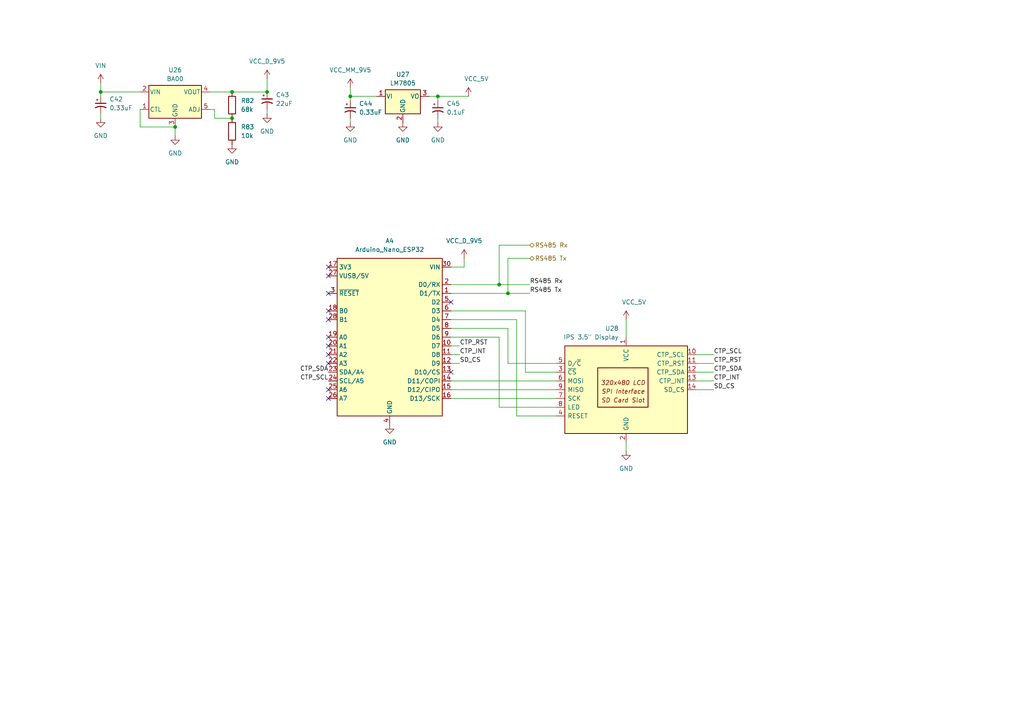
<source format=kicad_sch>
(kicad_sch (version 20250114) (generator "eeschema") (generator_version "9.0")
  (paper "A4")
  (lib_symbols
    (symbol "Device:C_Polarized_Small_US" (pin_numbers (hide yes)) (pin_names (offset 0.254) (hide yes))
      (property "Reference" "C" (at 0.254 1.778 0))
      (property "Value" "C_Polarized_Small_US" (at 0.254 -2.032 0))
      (symbol "C_Polarized_Small_US_0_1"
        (polyline (pts (xy -1.524 0.508) (xy 1.524 0.508)) (stroke (width 0.3048)))
        (polyline (pts (xy -1.27 1.524) (xy -0.762 1.524)))
        (polyline (pts (xy -1.016 1.27) (xy -1.016 1.778)))
        (arc (start -1.524 -0.762) (mid 0 -0.3734) (end 1.524 -0.762) (stroke (width 0.3048)))
      )
      (symbol "C_Polarized_Small_US_1_1"
        (pin passive line (at 0 2.54 270) (length 2.032) (name "~") (number "1"))
        (pin passive line (at 0 -2.54 90) (length 2.032) (name "~") (number "2"))
      )
    )
    (symbol "Device:R" (pin_numbers (hide yes)) (pin_names (offset 0))
      (property "Reference" "R" (at 2.032 0 90))
      (property "Value" "R" (at 0 0 90))
      (symbol "R_0_1"
        (rectangle (start -1.016 -2.54) (end 1.016 2.54) (stroke (width 0.254)))
      )
      (symbol "R_1_1"
        (pin passive line (at 0 3.81 270) (length 1.27) (name "~") (number "1"))
        (pin passive line (at 0 -3.81 90) (length 1.27) (name "~") (number "2"))
      )
    )
    (symbol "MCU_Module:Arduino_Nano_ESP32"
      (property "Reference" "A" (at -14.986 23.622 0))
      (property "Value" "Arduino_Nano_ESP32" (at 3.81 -25.654 0))
      (symbol "Arduino_Nano_ESP32_0_1"
        (rectangle (start -15.24 22.86) (end 15.24 -22.86) (stroke (width 0.254)) (fill (type background)))
      )
      (symbol "Arduino_Nano_ESP32_1_1"
        (pin power_in line (at -17.78 20.32 0) (length 2.54) (name "VIN") (number "30"))
        (pin bidirectional line (at -17.78 15.24 0) (length 2.54) (name "D0/RX") (number "2"))
        (pin bidirectional line (at -17.78 12.7 0) (length 2.54) (name "D1/TX") (number "1"))
        (pin bidirectional line (at -17.78 10.16 0) (length 2.54) (name "D2") (number "5"))
        (pin bidirectional line (at -17.78 7.62 0) (length 2.54) (name "D3") (number "6"))
        (pin bidirectional line (at -17.78 5.08 0) (length 2.54) (name "D4") (number "7"))
        (pin bidirectional line (at -17.78 2.54 0) (length 2.54) (name "D5") (number "8"))
        (pin bidirectional line (at -17.78 0 0) (length 2.54) (name "D6") (number "9"))
        (pin bidirectional line (at -17.78 -2.54 0) (length 2.54) (name "D7") (number "10"))
        (pin bidirectional line (at -17.78 -5.08 0) (length 2.54) (name "D8") (number "11"))
        (pin bidirectional line (at -17.78 -7.62 0) (length 2.54) (name "D9") (number "12"))
        (pin bidirectional line (at -17.78 -10.16 0) (length 2.54) (name "D10/CS") (number "13"))
        (pin bidirectional line (at -17.78 -12.7 0) (length 2.54) (name "D11/COPI") (number "14"))
        (pin bidirectional line (at -17.78 -15.24 0) (length 2.54) (name "D12/CIPO") (number "15"))
        (pin bidirectional line (at -17.78 -17.78 0) (length 2.54) (name "D13/SCK") (number "16"))
        (pin passive line (at 0 -25.4 90) (length 2.54) (hide yes) (name "GND") (number "29"))
        (pin power_in line (at 0 -25.4 90) (length 2.54) (name "GND") (number "4"))
        (pin power_out line (at 17.78 20.32 180) (length 2.54) (name "3V3") (number "17"))
        (pin power_out line (at 17.78 17.78 180) (length 2.54) (name "VUSB/5V") (number "27"))
        (pin input line (at 17.78 12.7 180) (length 2.54) (name "~{RESET}") (number "3"))
        (pin bidirectional line (at 17.78 7.62 180) (length 2.54) (name "B0") (number "18"))
        (pin bidirectional line (at 17.78 5.08 180) (length 2.54) (name "B1") (number "28"))
        (pin bidirectional line (at 17.78 0 180) (length 2.54) (name "A0") (number "19"))
        (pin bidirectional line (at 17.78 -2.54 180) (length 2.54) (name "A1") (number "20"))
        (pin bidirectional line (at 17.78 -5.08 180) (length 2.54) (name "A2") (number "21"))
        (pin bidirectional line (at 17.78 -7.62 180) (length 2.54) (name "A3") (number "22"))
        (pin bidirectional line (at 17.78 -10.16 180) (length 2.54) (name "SDA/A4") (number "23"))
        (pin bidirectional line (at 17.78 -12.7 180) (length 2.54) (name "SCL/A5") (number "24"))
        (pin bidirectional line (at 17.78 -15.24 180) (length 2.54) (name "A6") (number "25"))
        (pin bidirectional line (at 17.78 -17.78 180) (length 2.54) (name "A7") (number "26"))
      )
    )
    (symbol "Regulator_Linear:LM7805_TO220" (pin_names (offset 0.254))
      (property "Reference" "U" (at -3.81 3.175 0))
      (property "Value" "LM7805_TO220" (at 0 3.175 0))
      (symbol "LM7805_TO220_0_1"
        (rectangle (start -5.08 1.905) (end 5.08 -5.08) (stroke (width 0.254)) (fill (type background)))
      )
      (symbol "LM7805_TO220_1_1"
        (pin power_in line (at -7.62 0 0) (length 2.54) (name "VI") (number "1"))
        (pin power_in line (at 0 -7.62 90) (length 2.54) (name "GND") (number "2"))
        (pin power_out line (at 7.62 0 180) (length 2.54) (name "VO") (number "3"))
      )
    )
    (symbol "camper_van:BA00" (pin_names (offset 0.254))
      (property "Reference" "U16" (at 0 8.89 0))
      (property "Value" "BA00" (at 0 6.35 0))
      (symbol "BA00_0_1"
        (rectangle (start -7.62 4.445) (end 7.62 -5.08) (stroke (width 0.254)) (fill (type background)))
      )
      (symbol "BA00_1_1"
        (pin power_in line (at -10.16 2.54 0) (length 2.54) (name "VIN") (number "2"))
        (pin input line (at -10.16 -2.54 0) (length 2.54) (name "CTL") (number "1"))
        (pin power_in line (at 0 -7.62 90) (length 2.54) (name "GND") (number "3"))
        (pin power_out line (at 10.16 2.54 180) (length 2.54) (name "VOUT") (number "4"))
        (pin input line (at 10.16 -2.54 180) (length 2.54) (name "ADJ") (number "5"))
      )
    )
    (symbol "camper_van:Display IPS 3.5{dblquote}" (pin_names (offset 0.762))
      (property "Reference" "U" (at -17.526 13.97 0))
      (property "Value" "IPS 3.5{dblquote} Display" (at 1.905 13.97 0))
      (symbol "Display IPS 3.5{dblquote}_0_0"
        (text "SPI Interface" (at -5.461 -0.508 0) (effects (font (size 1.27 1.27) (italic yes)) (justify left)))
        (text "SD Card Slot" (at -5.461 -3.048 0) (effects (font (size 1.27 1.27) (italic yes)) (justify left)))
        (text "320x480 LCD" (at 0.889 2.032 0) (effects (font (size 1.27 1.27) (italic yes))))
      )
      (symbol "Display IPS 3.5{dblquote}_0_1"
        (rectangle (start -17.78 12.7) (end 17.78 -12.7) (stroke (width 0.254)) (fill (type background)))
        (rectangle (start -6.35 6.35) (end 8.255 -5.08) (stroke (width 0.254)))
      )
      (symbol "Display IPS 3.5{dblquote}_1_1"
        (pin input line (at -20.32 10.16 0) (length 2.54) (name "CTP_SCL") (number "10"))
        (pin input line (at -20.32 7.62 0) (length 2.54) (name "CTP_RST") (number "11"))
        (pin output line (at -20.32 5.08 0) (length 2.54) (name "CTP_SDA") (number "12"))
        (pin input line (at -20.32 2.54 0) (length 2.54) (name "CTP_INT") (number "13"))
        (pin input line (at -20.32 0 0) (length 2.54) (name "SD_CS") (number "14"))
        (pin power_in line (at 0 15.24 270) (length 2.54) (name "VCC") (number "1"))
        (pin power_in line (at 0 -15.24 90) (length 2.54) (name "GND") (number "2"))
        (pin input line (at 20.32 7.62 180) (length 2.54) (name "D/~{C}") (number "5"))
        (pin input line (at 20.32 5.08 180) (length 2.54) (name "~{CS}") (number "3"))
        (pin input line (at 20.32 2.54 180) (length 2.54) (name "MOSI") (number "6"))
        (pin output line (at 20.32 0 180) (length 2.54) (name "MISO") (number "9"))
        (pin input line (at 20.32 -2.54 180) (length 2.54) (name "SCK") (number "7"))
        (pin input line (at 20.32 -5.08 180) (length 2.54) (name "LED") (number "8"))
        (pin input line (at 20.32 -7.62 180) (length 2.54) (name "RESET") (number "4"))
      )
    )
    (symbol "power:+5V" (power) (pin_numbers (hide yes)) (pin_names (offset 0) (hide yes))
      (property "Value" "+5V" (at 0 3.556 0))
      (symbol "+5V_0_1"
        (polyline (pts (xy -0.762 1.27) (xy 0 2.54)))
        (polyline (pts (xy 0 2.54) (xy 0.762 1.27)))
        (polyline (pts (xy 0 0) (xy 0 2.54)))
      )
      (symbol "+5V_1_1"
        (pin power_in line (at 0 0 90) (length 0) (name "~") (number "1"))
      )
    )
    (symbol "power:GND" (power) (pin_numbers (hide yes)) (pin_names (offset 0) (hide yes))
      (property "Value" "GND" (at 0 -3.81 0))
      (symbol "GND_0_1"
        (polyline (pts (xy 0 0) (xy 0 -1.27) (xy 1.27 -1.27) (xy 0 -2.54) (xy -1.27 -1.27) (xy 0 -1.27)))
      )
      (symbol "GND_1_1"
        (pin power_in line (at 0 0 270) (length 0) (name "~") (number "1"))
      )
    )
    (symbol "power:VCC" (power) (pin_numbers (hide yes)) (pin_names (offset 0) (hide yes))
      (property "Value" "VCC" (at 0 3.556 0))
      (symbol "VCC_0_1"
        (polyline (pts (xy -0.762 1.27) (xy 0 2.54)))
        (polyline (pts (xy 0 2.54) (xy 0.762 1.27)))
        (polyline (pts (xy 0 0) (xy 0 2.54)))
      )
      (symbol "VCC_1_1"
        (pin power_in line (at 0 0 90) (length 0) (name "~") (number "1"))
      )
    )
    (symbol "power:VDD" (power) (pin_numbers (hide yes)) (pin_names (offset 0) (hide yes))
      (property "Value" "VDD" (at 0 3.556 0))
      (symbol "VDD_0_1"
        (polyline (pts (xy -0.762 1.27) (xy 0 2.54)))
        (polyline (pts (xy 0 2.54) (xy 0.762 1.27)))
        (polyline (pts (xy 0 0) (xy 0 2.54)))
      )
      (symbol "VDD_1_1"
        (pin power_in line (at 0 0 90) (length 0) (name "~") (number "1"))
      )
    )
  )
  (junction (at 77.47 26.67))
  (junction (at 50.8 36.83))
  (junction (at 101.6 27.94))
  (junction (at 147.32 85.09))
  (junction (at 127 27.94))
  (junction (at 67.31 26.67))
  (junction (at 29.21 26.67))
  (junction (at 67.31 34.29))
  (junction (at 144.78 82.55))
  (no_connect (at 95.25 85.09))
  (no_connect (at 95.25 100.33))
  (no_connect (at 95.25 92.71))
  (no_connect (at 95.25 80.01))
  (no_connect (at 95.25 115.57))
  (no_connect (at 95.25 90.17))
  (no_connect (at 130.81 87.63))
  (no_connect (at 95.25 113.03))
  (no_connect (at 95.25 105.41))
  (no_connect (at 95.25 97.79))
  (no_connect (at 95.25 102.87))
  (no_connect (at 95.25 77.47))
  (no_connect (at 130.81 107.95))
  (wire (pts (xy 147.32 74.93) (xy 147.32 85.09)))
  (wire (pts (xy 127 29.21) (xy 127 27.94)))
  (wire (pts (xy 201.93 105.41) (xy 207.01 105.41)))
  (wire (pts (xy 144.78 97.79) (xy 144.78 118.11)))
  (wire (pts (xy 101.6 27.94) (xy 109.22 27.94)))
  (wire (pts (xy 67.31 34.29) (xy 62.23 34.29)))
  (wire (pts (xy 133.35 102.87) (xy 130.81 102.87)))
  (wire (pts (xy 101.6 34.29) (xy 101.6 35.56)))
  (wire (pts (xy 133.35 100.33) (xy 130.81 100.33)))
  (wire (pts (xy 29.21 27.94) (xy 29.21 26.67)))
  (wire (pts (xy 40.64 36.83) (xy 50.8 36.83)))
  (wire (pts (xy 124.46 27.94) (xy 127 27.94)))
  (wire (pts (xy 130.81 110.49) (xy 161.29 110.49)))
  (wire (pts (xy 29.21 24.13) (xy 29.21 26.67)))
  (wire (pts (xy 181.61 128.27) (xy 181.61 130.81)))
  (wire (pts (xy 130.81 85.09) (xy 147.32 85.09)))
  (wire (pts (xy 29.21 26.67) (xy 40.64 26.67)))
  (wire (pts (xy 144.78 118.11) (xy 161.29 118.11)))
  (wire (pts (xy 127 27.94) (xy 135.89 27.94)))
  (wire (pts (xy 29.21 33.02) (xy 29.21 34.29)))
  (wire (pts (xy 153.67 85.09) (xy 147.32 85.09)))
  (wire (pts (xy 130.81 97.79) (xy 144.78 97.79)))
  (wire (pts (xy 67.31 26.67) (xy 77.47 26.67)))
  (wire (pts (xy 207.01 102.87) (xy 201.93 102.87)))
  (wire (pts (xy 40.64 31.75) (xy 40.64 36.83)))
  (wire (pts (xy 60.96 26.67) (xy 67.31 26.67)))
  (wire (pts (xy 207.01 107.95) (xy 201.93 107.95)))
  (wire (pts (xy 149.86 120.65) (xy 161.29 120.65)))
  (wire (pts (xy 101.6 29.21) (xy 101.6 27.94)))
  (wire (pts (xy 201.93 113.03) (xy 207.01 113.03)))
  (wire (pts (xy 130.81 115.57) (xy 161.29 115.57)))
  (wire (pts (xy 77.47 31.75) (xy 77.47 33.02)))
  (wire (pts (xy 50.8 39.37) (xy 50.8 36.83)))
  (wire (pts (xy 144.78 71.12) (xy 144.78 82.55)))
  (wire (pts (xy 149.86 120.65) (xy 149.86 92.71)))
  (wire (pts (xy 101.6 25.4) (xy 101.6 27.94)))
  (wire (pts (xy 62.23 31.75) (xy 60.96 31.75)))
  (wire (pts (xy 127 34.29) (xy 127 35.56)))
  (wire (pts (xy 130.81 95.25) (xy 147.32 95.25)))
  (wire (pts (xy 152.4 90.17) (xy 152.4 107.95)))
  (wire (pts (xy 134.62 77.47) (xy 134.62 74.93)))
  (wire (pts (xy 152.4 107.95) (xy 161.29 107.95)))
  (wire (pts (xy 130.81 90.17) (xy 152.4 90.17)))
  (wire (pts (xy 133.35 105.41) (xy 130.81 105.41)))
  (wire (pts (xy 130.81 82.55) (xy 144.78 82.55)))
  (wire (pts (xy 77.47 22.86) (xy 77.47 26.67)))
  (wire (pts (xy 147.32 95.25) (xy 147.32 105.41)))
  (wire (pts (xy 130.81 77.47) (xy 134.62 77.47)))
  (wire (pts (xy 153.67 74.93) (xy 147.32 74.93)))
  (wire (pts (xy 181.61 97.79) (xy 181.61 92.71)))
  (wire (pts (xy 130.81 113.03) (xy 161.29 113.03)))
  (wire (pts (xy 62.23 34.29) (xy 62.23 31.75)))
  (wire (pts (xy 201.93 110.49) (xy 207.01 110.49)))
  (wire (pts (xy 147.32 105.41) (xy 161.29 105.41)))
  (wire (pts (xy 153.67 82.55) (xy 144.78 82.55)))
  (wire (pts (xy 153.67 71.12) (xy 144.78 71.12)))
  (wire (pts (xy 130.81 92.71) (xy 149.86 92.71)))
  (label "CTP_INT" (at 133.35 102.87 0))
  (label "CTP_INT" (at 207.01 110.49 0))
  (label "CTP_SDA" (at 207.01 107.95 0))
  (label "RS485 Tx" (at 153.67 85.09 0))
  (label "CTP_RST" (at 207.01 105.41 0))
  (label "CTP_SCL" (at 207.01 102.87 0))
  (label "SD_CS" (at 207.01 113.03 0))
  (label "CTP_SCL" (at 95.25 110.49 180))
  (label "RS485 Rx" (at 153.67 82.55 0))
  (label "CTP_RST" (at 133.35 100.33 0))
  (label "CTP_SDA" (at 95.25 107.95 180))
  (label "SD_CS" (at 133.35 105.41 0))
  (hierarchical_label "RS485 Tx" (shape bidirectional) (at 153.67 74.93 0))
  (hierarchical_label "RS485 Rx" (shape bidirectional) (at 153.67 71.12 0))
  (symbol (lib_id "power:GND") (at 67.31 41.91 0) (unit 1)
    (property "Reference" "#PWR0224" (effects (hide yes)))
    (property "Value" "GND" (at 67.31 46.99 0))
    (property "Description" "Power symbol creates a global label with name \"GND\" , ground" (effects (hide yes)))
  )
  (symbol (lib_id "power:GND") (at 101.6 35.56 0) (unit 1)
    (property "Reference" "#PWR0228" (effects (hide yes)))
    (property "Value" "GND" (at 101.6 40.64 0))
    (property "Description" "Power symbol creates a global label with name \"GND\" , ground" (effects (hide yes)))
  )
  (symbol (lib_id "power:GND") (at 29.21 34.29 0) (unit 1)
    (property "Reference" "#PWR0222" (effects (hide yes)))
    (property "Value" "GND" (at 29.21 39.37 0))
    (property "Description" "Power symbol creates a global label with name \"GND\" , ground" (effects (hide yes)))
  )
  (symbol (lib_id "Device:R") (at 67.31 38.1 0) (unit 1)
    (property "Reference" "R83" (at 69.85 36.8299 0) (effects (justify left)))
    (property "Value" "10k" (at 69.85 39.3699 0) (effects (justify left)))
    (property "Description" "Resistor" (effects (hide yes)))
  )
  (symbol (lib_id "power:GND") (at 50.8 39.37 0) (unit 1)
    (property "Reference" "#PWR0223" (effects (hide yes)))
    (property "Value" "GND" (at 50.8 44.45 0))
    (property "Description" "Power symbol creates a global label with name \"GND\" , ground" (effects (hide yes)))
  )
  (symbol (lib_id "power:+5V") (at 181.61 92.71 0) (unit 1)
    (property "Reference" "#PWR0234" (effects (hide yes)))
    (property "Value" "VCC_5V" (at 180.34 87.63 0) (effects (justify left)))
    (property "Description" "Power symbol creates a global label with name \"+5V\"" (effects (hide yes)))
  )
  (symbol (lib_id "power:VDD") (at 29.21 24.13 0) (unit 1)
    (property "Reference" "#PWR0221" (effects (hide yes)))
    (property "Value" "VIN" (at 29.21 19.05 0))
    (property "Description" "Power symbol creates a global label with name \"VDD\"" (effects (hide yes)))
  )
  (symbol (lib_id "Device:C_Polarized_Small_US") (at 77.47 29.21 0) (unit 1)
    (property "Reference" "C43" (at 80.01 27.5081 0) (effects (justify left)))
    (property "Value" "22uF" (at 80.01 30.0481 0) (effects (justify left)))
    (property "Description" "Polarized capacitor, small US symbol" (effects (hide yes)))
  )
  (symbol (lib_id "camper_van:Display IPS 3.5{dblquote}") (at 181.61 113.03 0) (mirror y) (unit 1)
    (property "Reference" "U28" (at 179.4667 95.25 0) (effects (justify left)))
    (property "Value" "IPS 3.5\" Display" (at 179.4667 97.79 0) (effects (justify left)))
    (property "Footprint" "Display:CR2013-MI2120" (effects (hide yes)))
    (property "Description" "ILI9341 controller, SPI TFT LCD Display, 9-pin breakout PCB, 4-pin SD card interface, 5V/3.3V" (effects (hide yes)))
  )
  (symbol (lib_id "power:VCC") (at 134.62 74.93 0) (unit 1)
    (property "Reference" "#PWR0232" (effects (hide yes)))
    (property "Value" "VCC_D_9V5" (at 134.62 69.85 0))
    (property "Description" "Power symbol creates a global label with name \"VCC\"" (effects (hide yes)))
  )
  (symbol (lib_id "Device:C_Polarized_Small_US") (at 29.21 30.48 0) (unit 1)
    (property "Reference" "C42" (at 31.75 28.7781 0) (effects (justify left)))
    (property "Value" "0.33uF" (at 31.75 31.3181 0) (effects (justify left)))
    (property "Description" "Polarized capacitor, small US symbol" (effects (hide yes)))
  )
  (symbol (lib_id "MCU_Module:Arduino_Nano_ESP32") (at 113.03 97.79 0) (mirror y) (unit 1)
    (property "Reference" "A4" (at 113.03 69.85 0))
    (property "Value" "Arduino_Nano_ESP32" (at 113.03 72.39 0))
    (property "Footprint" "Module:Arduino_Nano" (effects (hide yes)))
    (property "Datasheet" "https://docs.arduino.cc/resources/datasheets/ABX00083-datasheet.pdf" (effects (hide yes)))
    (property "Description" "Arduino Nano board based on the ESP32-S3 with a dual-core 240 MHz processor, 384 kB ROM, 512 kB SRAM. Operates at 3.3V, with 5V USB-C® input and 6-21V VIN. Features Wi-Fi®, Bluetooth® LE, digital and analog pins, and supports SPI, I2C, UART, I2S, and CAN." (effects (hide yes)))
  )
  (symbol (lib_id "Device:C_Polarized_Small_US") (at 127 31.75 0) (unit 1)
    (property "Reference" "C45" (at 129.54 30.0481 0) (effects (justify left)))
    (property "Value" "0.1uF" (at 129.54 32.5881 0) (effects (justify left)))
    (property "Footprint" "Capacitor_THT:CP_Radial_Tantal_D5.0mm_P5.00mm" (effects (hide yes)))
    (property "Description" "Polarized capacitor, small US symbol" (effects (hide yes)))
  )
  (symbol (lib_id "camper_van:BA00") (at 50.8 29.21 0) (unit 1)
    (property "Reference" "U26" (at 50.8 20.32 0))
    (property "Value" "BA00" (at 50.8 22.86 0))
    (property "Footprint" "Package_TO_SOT_THT:TO-220-5_P3.4x3.8mm_StaggerOdd_Lead7.13mm_TabDown" (effects (hide yes)))
    (property "Datasheet" "http://www.zen22142.zen.co.uk/Circuits/Power/l200.pdf" (effects (hide yes)))
    (property "Description" "Adjustable voltage and current regulator, 2A, 36V" (effects (hide yes)))
  )
  (symbol (lib_id "power:VCC") (at 77.47 22.86 0) (unit 1)
    (property "Reference" "#PWR0225" (effects (hide yes)))
    (property "Value" "VCC_D_9V5" (at 77.47 17.78 0))
    (property "Description" "Power symbol creates a global label with name \"VCC\"" (effects (hide yes)))
  )
  (symbol (lib_id "power:GND") (at 77.47 33.02 0) (unit 1)
    (property "Reference" "#PWR0226" (effects (hide yes)))
    (property "Value" "GND" (at 77.47 38.1 0))
    (property "Description" "Power symbol creates a global label with name \"GND\" , ground" (effects (hide yes)))
  )
  (symbol (lib_id "power:GND") (at 181.61 130.81 0) (mirror y) (unit 1)
    (property "Reference" "#PWR0235" (effects (hide yes)))
    (property "Value" "GND" (at 181.61 135.89 0))
    (property "Description" "Power symbol creates a global label with name \"GND\" , ground" (effects (hide yes)))
  )
  (symbol (lib_id "power:GND") (at 116.84 35.56 0) (unit 1)
    (property "Reference" "#PWR0230" (effects (hide yes)))
    (property "Value" "GND" (at 116.84 40.64 0))
    (property "Description" "Power symbol creates a global label with name \"GND\" , ground" (effects (hide yes)))
  )
  (symbol (lib_id "power:+5V") (at 135.89 27.94 0) (unit 1)
    (property "Reference" "#PWR0233" (effects (hide yes)))
    (property "Value" "VCC_5V" (at 134.62 22.86 0) (effects (justify left)))
    (property "Description" "Power symbol creates a global label with name \"+5V\"" (effects (hide yes)))
  )
  (symbol (lib_id "power:GND") (at 127 35.56 0) (unit 1)
    (property "Reference" "#PWR0231" (effects (hide yes)))
    (property "Value" "GND" (at 127 40.64 0))
    (property "Description" "Power symbol creates a global label with name \"GND\" , ground" (effects (hide yes)))
  )
  (symbol (lib_id "Device:C_Polarized_Small_US") (at 101.6 31.75 0) (unit 1)
    (property "Reference" "C44" (at 104.14 30.0481 0) (effects (justify left)))
    (property "Value" "0.33uF" (at 104.14 32.5881 0) (effects (justify left)))
    (property "Description" "Polarized capacitor, small US symbol" (effects (hide yes)))
  )
  (symbol (lib_id "power:VDD") (at 101.6 25.4 0) (unit 1)
    (property "Reference" "#PWR0227" (effects (hide yes)))
    (property "Value" "VCC_MM_9V5" (at 101.6 20.32 0))
    (property "Description" "Power symbol creates a global label with name \"VDD\"" (effects (hide yes)))
  )
  (symbol (lib_id "Regulator_Linear:LM7805_TO220") (at 116.84 27.94 0) (unit 1)
    (property "Reference" "U27" (at 116.84 21.59 0))
    (property "Value" "LM7805" (at 116.84 24.13 0))
    (property "Footprint" "Package_TO_SOT_THT:TO-220-3_Vertical" (effects (hide yes)))
    (property "Datasheet" "https://www.onsemi.cn/PowerSolutions/document/MC7800-D.PDF" (effects (hide yes)))
    (property "Description" "Positive 1A 35V Linear Regulator, Fixed Output 5V, TO-220" (effects (hide yes)))
  )
  (symbol (lib_id "Device:R") (at 67.31 30.48 0) (unit 1)
    (property "Reference" "R82" (at 69.85 29.2099 0) (effects (justify left)))
    (property "Value" "68k" (at 69.85 31.7499 0) (effects (justify left)))
    (property "Description" "Resistor" (effects (hide yes)))
  )
  (symbol (lib_id "power:GND") (at 113.03 123.19 0) (unit 1)
    (property "Reference" "#PWR0229" (effects (hide yes)))
    (property "Value" "GND" (at 113.03 128.27 0))
    (property "Description" "Power symbol creates a global label with name \"GND\" , ground" (effects (hide yes)))
  )
)
</source>
